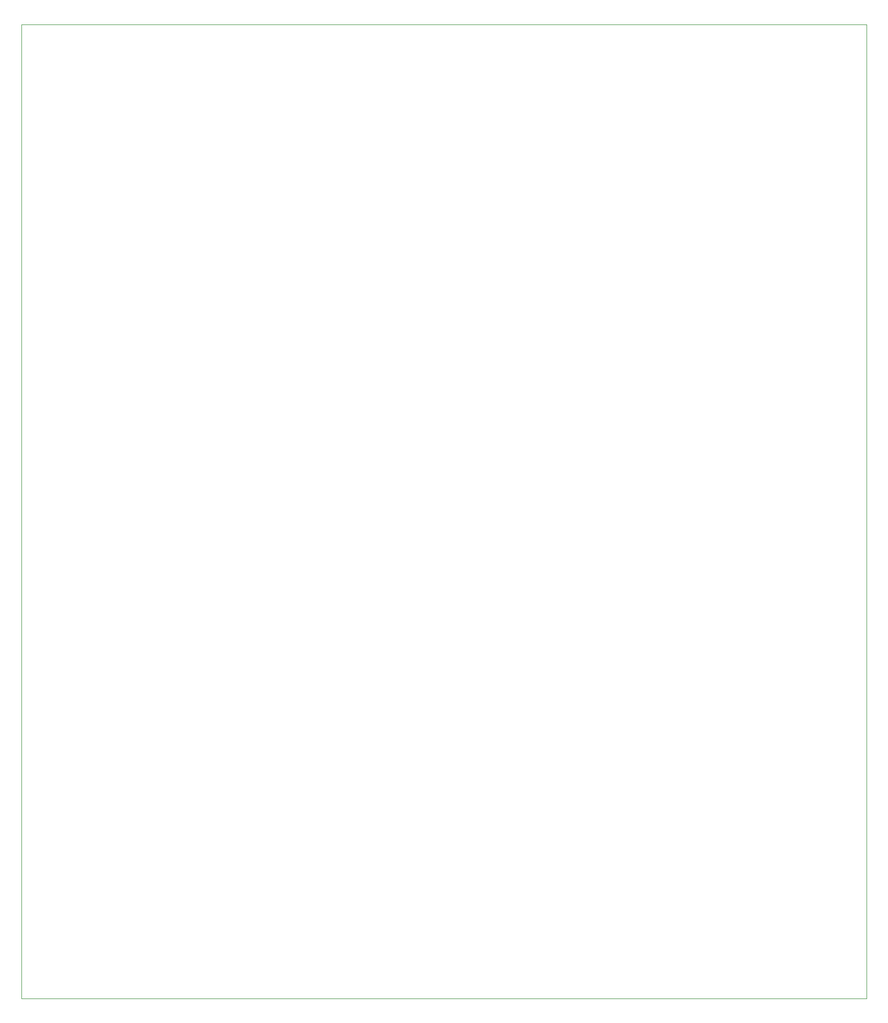
<source format=gbr>
%TF.GenerationSoftware,KiCad,Pcbnew,9.0.0*%
%TF.CreationDate,2025-05-05T14:02:43+02:00*%
%TF.ProjectId,BMS_PCB,424d535f-5043-4422-9e6b-696361645f70,rev?*%
%TF.SameCoordinates,Original*%
%TF.FileFunction,Profile,NP*%
%FSLAX46Y46*%
G04 Gerber Fmt 4.6, Leading zero omitted, Abs format (unit mm)*
G04 Created by KiCad (PCBNEW 9.0.0) date 2025-05-05 14:02:43*
%MOMM*%
%LPD*%
G01*
G04 APERTURE LIST*
%TA.AperFunction,Profile*%
%ADD10C,0.050000*%
%TD*%
G04 APERTURE END LIST*
D10*
X24681216Y-24514585D02*
X164833370Y-24514585D01*
X164833370Y-186169897D01*
X24681216Y-186169897D01*
X24681216Y-24514585D01*
M02*

</source>
